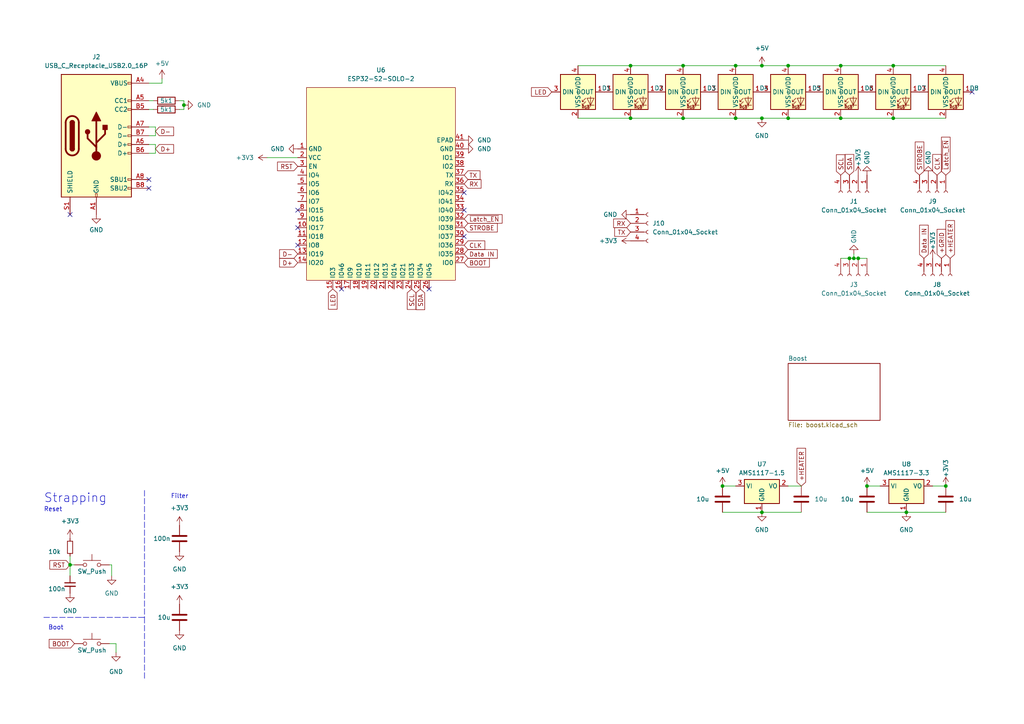
<source format=kicad_sch>
(kicad_sch (version 20231120) (generator "eeschema") (generator_version "8.0")
  (paper "A4")
  (lib_symbols
    (symbol "Connector:Conn_01x04_Socket" (pin_names (offset 1.016) hide)
      (property "Reference" "J" (at 0 5.08 0))
      (property "Value" "Conn_01x04_Socket" (at 0 -7.62 0))
      (symbol "Conn_01x04_Socket_1_1"
        (arc (start 0 -4.572) (mid -0.5058 -5.08) (end 0 -5.588) (stroke (width 0.1524)))
        (arc (start 0 -2.032) (mid -0.5058 -2.54) (end 0 -3.048) (stroke (width 0.1524)))
        (polyline (pts (xy -1.27 -5.08) (xy -0.508 -5.08)) (stroke (width 0.1524)))
        (polyline (pts (xy -1.27 -2.54) (xy -0.508 -2.54)) (stroke (width 0.1524)))
        (polyline (pts (xy -1.27 0) (xy -0.508 0)) (stroke (width 0.1524)))
        (polyline (pts (xy -1.27 2.54) (xy -0.508 2.54)) (stroke (width 0.1524)))
        (arc (start 0 0.508) (mid -0.5058 0) (end 0 -0.508) (stroke (width 0.1524)))
        (arc (start 0 3.048) (mid -0.5058 2.54) (end 0 2.032) (stroke (width 0.1524)))
        (pin passive line (at -5.08 2.54 0) (length 3.81) (name "Pin_1") (number "1"))
        (pin passive line (at -5.08 0 0) (length 3.81) (name "Pin_2") (number "2"))
        (pin passive line (at -5.08 -2.54 0) (length 3.81) (name "Pin_3") (number "3"))
        (pin passive line (at -5.08 -5.08 0) (length 3.81) (name "Pin_4") (number "4"))
      )
    )
    (symbol "Connector:USB_C_Receptacle_USB2.0_16P" (pin_names (offset 1.016))
      (property "Reference" "J" (at 0 22.225 0))
      (property "Value" "USB_C_Receptacle_USB2.0_16P" (at 0 19.685 0))
      (symbol "USB_C_Receptacle_USB2.0_16P_0_0"
        (rectangle (start -0.254 -17.78) (end 0.254 -16.764))
        (rectangle (start 10.16 -14.986) (end 9.144 -15.494))
        (rectangle (start 10.16 -12.446) (end 9.144 -12.954))
        (rectangle (start 10.16 -4.826) (end 9.144 -5.334))
        (rectangle (start 10.16 -2.286) (end 9.144 -2.794))
        (rectangle (start 10.16 0.254) (end 9.144 -0.254))
        (rectangle (start 10.16 2.794) (end 9.144 2.286))
        (rectangle (start 10.16 7.874) (end 9.144 7.366))
        (rectangle (start 10.16 10.414) (end 9.144 9.906))
        (rectangle (start 10.16 15.494) (end 9.144 14.986))
      )
      (symbol "USB_C_Receptacle_USB2.0_16P_0_1"
        (rectangle (start -10.16 17.78) (end 10.16 -17.78) (stroke (width 0.254)) (fill (type background)))
        (arc (start -8.89 -3.81) (mid -6.985 -5.7067) (end -5.08 -3.81) (stroke (width 0.508)))
        (arc (start -7.62 -3.81) (mid -6.985 -4.4423) (end -6.35 -3.81) (stroke (width 0.254)))
        (arc (start -7.62 -3.81) (mid -6.985 -4.4423) (end -6.35 -3.81) (stroke (width 0.254)) (fill (type outline)))
        (rectangle (start -7.62 -3.81) (end -6.35 3.81) (stroke (width 0.254)) (fill (type outline)))
        (arc (start -6.35 3.81) (mid -6.985 4.4423) (end -7.62 3.81) (stroke (width 0.254)))
        (arc (start -6.35 3.81) (mid -6.985 4.4423) (end -7.62 3.81) (stroke (width 0.254)) (fill (type outline)))
        (arc (start -5.08 3.81) (mid -6.985 5.7067) (end -8.89 3.81) (stroke (width 0.508)))
        (circle (center -2.54 1.143) (radius 0.635) (stroke (width 0.254)) (fill (type outline)))
        (circle (center 0 -5.842) (radius 1.27) (fill (type outline)))
        (polyline (pts (xy -8.89 -3.81) (xy -8.89 3.81)) (stroke (width 0.508)))
        (polyline (pts (xy -5.08 3.81) (xy -5.08 -3.81)) (stroke (width 0.508)))
        (polyline (pts (xy 0 -5.842) (xy 0 4.318)) (stroke (width 0.508)))
        (polyline (pts (xy 0 -3.302) (xy -2.54 -0.762) (xy -2.54 0.508)) (stroke (width 0.508)))
        (polyline (pts (xy 0 -2.032) (xy 2.54 0.508) (xy 2.54 1.778)) (stroke (width 0.508)))
        (polyline (pts (xy -1.27 4.318) (xy 0 6.858) (xy 1.27 4.318) (xy -1.27 4.318)) (stroke (width 0.254)) (fill (type outline)))
        (rectangle (start 1.905 1.778) (end 3.175 3.048) (stroke (width 0.254)) (fill (type outline)))
      )
      (symbol "USB_C_Receptacle_USB2.0_16P_1_1"
        (pin passive line (at 0 -22.86 90) (length 5.08) (name "GND") (number "A1"))
        (pin passive line (at 0 -22.86 90) (length 5.08) hide (name "GND") (number "A12"))
        (pin passive line (at 15.24 15.24 180) (length 5.08) (name "VBUS") (number "A4"))
        (pin bidirectional line (at 15.24 10.16 180) (length 5.08) (name "CC1") (number "A5"))
        (pin bidirectional line (at 15.24 -2.54 180) (length 5.08) (name "D+") (number "A6"))
        (pin bidirectional line (at 15.24 2.54 180) (length 5.08) (name "D-") (number "A7"))
        (pin bidirectional line (at 15.24 -12.7 180) (length 5.08) (name "SBU1") (number "A8"))
        (pin passive line (at 15.24 15.24 180) (length 5.08) hide (name "VBUS") (number "A9"))
        (pin passive line (at 0 -22.86 90) (length 5.08) hide (name "GND") (number "B1"))
        (pin passive line (at 0 -22.86 90) (length 5.08) hide (name "GND") (number "B12"))
        (pin passive line (at 15.24 15.24 180) (length 5.08) hide (name "VBUS") (number "B4"))
        (pin bidirectional line (at 15.24 7.62 180) (length 5.08) (name "CC2") (number "B5"))
        (pin bidirectional line (at 15.24 -5.08 180) (length 5.08) (name "D+") (number "B6"))
        (pin bidirectional line (at 15.24 0 180) (length 5.08) (name "D-") (number "B7"))
        (pin bidirectional line (at 15.24 -15.24 180) (length 5.08) (name "SBU2") (number "B8"))
        (pin passive line (at 15.24 15.24 180) (length 5.08) hide (name "VBUS") (number "B9"))
        (pin passive line (at -7.62 -22.86 90) (length 5.08) (name "SHIELD") (number "S1"))
      )
    )
    (symbol "Device:C" (pin_numbers hide) (pin_names (offset 0.254))
      (property "Reference" "C" (at 0.635 2.54 0))
      (property "Value" "C" (at 0.635 -2.54 0))
      (symbol "C_0_1"
        (polyline (pts (xy -2.032 -0.762) (xy 2.032 -0.762)) (stroke (width 0.508)))
        (polyline (pts (xy -2.032 0.762) (xy 2.032 0.762)) (stroke (width 0.508)))
      )
      (symbol "C_1_1"
        (pin passive line (at 0 3.81 270) (length 2.794) (name "~") (number "1"))
        (pin passive line (at 0 -3.81 90) (length 2.794) (name "~") (number "2"))
      )
    )
    (symbol "Device:C_Small" (pin_numbers hide) (pin_names (offset 0.254) hide)
      (property "Reference" "C" (at 0.254 1.778 0))
      (property "Value" "C_Small" (at 0.254 -2.032 0))
      (symbol "C_Small_0_1"
        (polyline (pts (xy -1.524 -0.508) (xy 1.524 -0.508)) (stroke (width 0.3302)))
        (polyline (pts (xy -1.524 0.508) (xy 1.524 0.508)) (stroke (width 0.3048)))
      )
      (symbol "C_Small_1_1"
        (pin passive line (at 0 2.54 270) (length 2.032) (name "~") (number "1"))
        (pin passive line (at 0 -2.54 90) (length 2.032) (name "~") (number "2"))
      )
    )
    (symbol "Device:R" (pin_numbers hide) (pin_names (offset 0))
      (property "Reference" "R" (at 2.032 0 90))
      (property "Value" "R" (at 0 0 90))
      (symbol "R_0_1"
        (rectangle (start -1.016 -2.54) (end 1.016 2.54) (stroke (width 0.254)))
      )
      (symbol "R_1_1"
        (pin passive line (at 0 3.81 270) (length 1.27) (name "~") (number "1"))
        (pin passive line (at 0 -3.81 90) (length 1.27) (name "~") (number "2"))
      )
    )
    (symbol "Device:R_Small" (pin_numbers hide) (pin_names (offset 0.254) hide)
      (property "Reference" "R" (at 0.762 0.508 0))
      (property "Value" "R_Small" (at 0.762 -1.016 0))
      (symbol "R_Small_0_1"
        (rectangle (start -0.762 1.778) (end 0.762 -1.778) (stroke (width 0.2032)))
      )
      (symbol "R_Small_1_1"
        (pin passive line (at 0 2.54 270) (length 0.762) (name "~") (number "1"))
        (pin passive line (at 0 -2.54 90) (length 0.762) (name "~") (number "2"))
      )
    )
    (symbol "Regulator_Linear:AMS1117-1.5"
      (property "Reference" "U" (at -3.81 3.175 0))
      (property "Value" "AMS1117-1.5" (at 0 3.175 0))
      (symbol "AMS1117-1.5_0_1"
        (rectangle (start -5.08 -5.08) (end 5.08 1.905) (stroke (width 0.254)) (fill (type background)))
      )
      (symbol "AMS1117-1.5_1_1"
        (pin power_in line (at 0 -7.62 90) (length 2.54) (name "GND") (number "1"))
        (pin power_out line (at 7.62 0 180) (length 2.54) (name "VO") (number "2"))
        (pin power_in line (at -7.62 0 0) (length 2.54) (name "VI") (number "3"))
      )
    )
    (symbol "Regulator_Linear:AMS1117-3.3"
      (property "Reference" "U" (at -3.81 3.175 0))
      (property "Value" "AMS1117-3.3" (at 0 3.175 0))
      (symbol "AMS1117-3.3_0_1"
        (rectangle (start -5.08 -5.08) (end 5.08 1.905) (stroke (width 0.254)) (fill (type background)))
      )
      (symbol "AMS1117-3.3_1_1"
        (pin power_in line (at 0 -7.62 90) (length 2.54) (name "GND") (number "1"))
        (pin power_out line (at 7.62 0 180) (length 2.54) (name "VO") (number "2"))
        (pin power_in line (at -7.62 0 0) (length 2.54) (name "VI") (number "3"))
      )
    )
    (symbol "S2 Solo:ESP32-S2-SOLO-2"
      (property "Reference" "U" (at -19.05 25.4 0))
      (property "Value" "ESP32-S2-SOLO-2" (at 1.27 25.4 0))
      (symbol "ESP32-S2-SOLO-2_0_1"
        (rectangle (start 21.59 -27.94) (end -21.59 27.94) (fill (type background)))
      )
      (symbol "ESP32-S2-SOLO-2_1_1"
        (pin power_out line (at -24.13 10.16 0) (length 2.54) (name "GND") (number "1"))
        (pin input line (at -24.13 -12.7 0) (length 2.54) (name "IO17") (number "10"))
        (pin input line (at -24.13 -15.24 0) (length 2.54) (name "IO18") (number "11"))
        (pin input line (at -24.13 -17.78 0) (length 2.54) (name "IO8") (number "12"))
        (pin input line (at -24.13 -20.32 0) (length 2.54) (name "IO19") (number "13"))
        (pin input line (at -24.13 -22.86 0) (length 2.54) (name "IO20") (number "14"))
        (pin input line (at -13.97 -30.48 90) (length 2.54) (name "IO3") (number "15"))
        (pin input line (at -11.43 -30.48 90) (length 2.54) (name "IO46") (number "16"))
        (pin input line (at -8.89 -30.48 90) (length 2.54) (name "IO9") (number "17"))
        (pin input line (at -6.35 -30.48 90) (length 2.54) (name "IO10") (number "18"))
        (pin input line (at -3.81 -30.48 90) (length 2.54) (name "IO11") (number "19"))
        (pin power_in line (at -24.13 7.62 0) (length 2.54) (name "VCC") (number "2"))
        (pin input line (at -1.27 -30.48 90) (length 2.54) (name "IO12") (number "20"))
        (pin input line (at 1.27 -30.48 90) (length 2.54) (name "IO13") (number "21"))
        (pin input line (at 3.81 -30.48 90) (length 2.54) (name "IO14") (number "22"))
        (pin input line (at 6.35 -30.48 90) (length 2.54) (name "IO21") (number "23"))
        (pin input line (at 8.89 -30.48 90) (length 2.54) (name "IO33") (number "24"))
        (pin input line (at 11.43 -30.48 90) (length 2.54) (name "IO34") (number "25"))
        (pin input line (at 13.97 -30.48 90) (length 2.54) (name "IO45") (number "26"))
        (pin input line (at 24.13 -22.86 180) (length 2.54) (name "IO0") (number "27"))
        (pin input line (at 24.13 -20.32 180) (length 2.54) (name "IO35") (number "28"))
        (pin input line (at 24.13 -17.78 180) (length 2.54) (name "IO36") (number "29"))
        (pin input line (at -24.13 5.08 0) (length 2.54) (name "EN") (number "3"))
        (pin input line (at 24.13 -15.24 180) (length 2.54) (name "IO37") (number "30"))
        (pin input line (at 24.13 -12.7 180) (length 2.54) (name "IO38") (number "31"))
        (pin input line (at 24.13 -10.16 180) (length 2.54) (name "IO39") (number "32"))
        (pin input line (at 24.13 -7.62 180) (length 2.54) (name "IO40") (number "33"))
        (pin input line (at 24.13 -5.08 180) (length 2.54) (name "IO41") (number "34"))
        (pin input line (at 24.13 -2.54 180) (length 2.54) (name "IO42") (number "35"))
        (pin input line (at 24.13 0 180) (length 2.54) (name "RX") (number "36"))
        (pin input line (at 24.13 2.54 180) (length 2.54) (name "TX") (number "37"))
        (pin input line (at 24.13 5.08 180) (length 2.54) (name "IO2") (number "38"))
        (pin input line (at 24.13 7.62 180) (length 2.54) (name "IO1") (number "39"))
        (pin input line (at -24.13 2.54 0) (length 2.54) (name "IO4") (number "4"))
        (pin input line (at 24.13 10.16 180) (length 2.54) (name "GND") (number "40"))
        (pin input line (at 24.13 12.7 180) (length 2.54) (name "EPAD") (number "41"))
        (pin input line (at -24.13 0 0) (length 2.54) (name "IO5") (number "5"))
        (pin input line (at -24.13 -2.54 0) (length 2.54) (name "IO6") (number "6"))
        (pin input line (at -24.13 -5.08 0) (length 2.54) (name "IO7") (number "7"))
        (pin input line (at -24.13 -7.62 0) (length 2.54) (name "IO15") (number "8"))
        (pin input line (at -24.13 -10.16 0) (length 2.54) (name "IO16") (number "9"))
      )
    )
    (symbol "Switch:SW_Push" (pin_numbers hide) (pin_names (offset 1.016) hide)
      (property "Reference" "SW" (at 1.27 2.54 0))
      (property "Value" "SW_Push" (at 0 -1.524 0))
      (symbol "SW_Push_0_1"
        (circle (center -2.032 0) (radius 0.508))
        (polyline (pts (xy 0 1.27) (xy 0 3.048)))
        (polyline (pts (xy 2.54 1.27) (xy -2.54 1.27)))
        (circle (center 2.032 0) (radius 0.508))
        (pin passive line (at -5.08 0 0) (length 2.54) (name "1") (number "1"))
        (pin passive line (at 5.08 0 180) (length 2.54) (name "2") (number "2"))
      )
    )
    (symbol "WorldSemi_LED:WS2812B-2020"
      (property "Reference" "D" (at -4.445 4.0894 0))
      (symbol "WS2812B-2020_0_0"
        (text "RGB" (at 2.2352 -4.4704 0) (effects (font (size 0.762 0.762))))
      )
      (symbol "WS2812B-2020_0_1"
        (rectangle (start -5.08 5.08) (end 5.08 -5.08) (stroke (width 0.254)) (fill (type background)))
        (polyline (pts (xy 1.2192 -3.8354) (xy 1.7272 -3.8354)))
        (polyline (pts (xy 1.2192 -2.8194) (xy 1.7272 -2.8194)))
        (polyline (pts (xy 4.6482 -3.8354) (xy 2.6162 -3.8354)))
        (polyline (pts (xy 2.2352 -2.8194) (xy 1.2192 -3.8354) (xy 1.2192 -3.3274)))
        (polyline (pts (xy 2.2352 -1.8034) (xy 1.2192 -2.8194) (xy 1.2192 -2.3114)))
        (polyline (pts (xy 3.6322 -1.2954) (xy 3.6322 -3.8354) (xy 3.6322 -4.3434)))
        (polyline (pts (xy 4.6482 -1.8034) (xy 2.6162 -1.8034) (xy 3.6322 -3.8354) (xy 4.6482 -1.8034)))
      )
      (symbol "WS2812B-2020_1_1"
        (pin output line (at 7.62 0 180) (length 2.54) (name "DOUT") (number "1"))
        (pin power_in line (at 0 -7.62 90) (length 2.54) (name "VSS") (number "2"))
        (pin input line (at -7.62 0 0) (length 2.54) (name "DIN") (number "3"))
        (pin power_in line (at 0 7.62 270) (length 2.54) (name "VDD") (number "4"))
      )
    )
    (symbol "power:+3V3" (power) (pin_names (offset 0))
      (property "Value" "+3V3" (at 0 3.556 0))
      (symbol "+3V3_0_1"
        (polyline (pts (xy -0.762 1.27) (xy 0 2.54)))
        (polyline (pts (xy 0 0) (xy 0 2.54)))
        (polyline (pts (xy 0 2.54) (xy 0.762 1.27)))
      )
      (symbol "+3V3_1_1"
        (pin power_in line (at 0 0 90) (length 0) hide (name "+3V3") (number "1"))
      )
    )
    (symbol "power:+5V" (power) (pin_names (offset 0))
      (property "Value" "+5V" (at 0 3.556 0))
      (symbol "+5V_0_1"
        (polyline (pts (xy -0.762 1.27) (xy 0 2.54)))
        (polyline (pts (xy 0 0) (xy 0 2.54)))
        (polyline (pts (xy 0 2.54) (xy 0.762 1.27)))
      )
      (symbol "+5V_1_1"
        (pin power_in line (at 0 0 90) (length 0) hide (name "+5V") (number "1"))
      )
    )
    (symbol "power:GND" (power) (pin_names (offset 0))
      (property "Value" "GND" (at 0 -3.81 0))
      (symbol "GND_0_1"
        (polyline (pts (xy 0 0) (xy 0 -1.27) (xy 1.27 -1.27) (xy 0 -2.54) (xy -1.27 -1.27) (xy 0 -1.27)))
      )
      (symbol "GND_1_1"
        (pin power_in line (at 0 0 270) (length 0) hide (name "GND") (number "1"))
      )
    )
  )
  (junction (at 182.88 19.05))
  (junction (at 259.08 19.05))
  (junction (at 251.46 140.97))
  (junction (at 53.34 30.48))
  (junction (at 213.36 34.29))
  (junction (at 20.32 163.83))
  (junction (at 248.92 74.93))
  (junction (at 274.32 140.97))
  (junction (at 247.65 74.93))
  (junction (at 228.6 34.29))
  (junction (at 243.84 19.05))
  (junction (at 182.88 34.29))
  (junction (at 209.55 140.97))
  (junction (at 220.98 19.05))
  (junction (at 220.98 148.59))
  (junction (at 198.12 34.29))
  (junction (at 259.08 34.29))
  (junction (at 213.36 19.05))
  (junction (at 243.84 34.29))
  (junction (at 228.6 19.05))
  (junction (at 246.38 74.93))
  (junction (at 198.12 19.05))
  (junction (at 220.98 34.29))
  (junction (at 262.89 148.59))
  (no_connect (at 43.18 52.07))
  (no_connect (at 86.36 66.04))
  (no_connect (at 281.94 26.67))
  (no_connect (at 134.62 60.96))
  (no_connect (at 86.36 60.96))
  (no_connect (at 134.62 68.58))
  (no_connect (at 99.06 83.82))
  (no_connect (at 20.32 62.23))
  (no_connect (at 134.62 55.88))
  (no_connect (at 124.46 83.82))
  (no_connect (at 86.36 71.12))
  (no_connect (at 43.18 54.61))
  (wire (pts (xy 46.99 22.86) (xy 46.99 24.13)))
  (wire (pts (xy 52.07 29.21) (xy 53.34 29.21)))
  (wire (pts (xy 20.32 161.29) (xy 20.32 163.83)))
  (polyline (pts (xy 41.91 142.24) (xy 41.91 179.07)) (stroke (width 0) (type dash)))
  (wire (pts (xy 182.88 19.05) (xy 198.12 19.05)))
  (wire (pts (xy 20.32 163.83) (xy 21.59 163.83)))
  (wire (pts (xy 45.085 36.83) (xy 45.085 39.37)))
  (wire (pts (xy 213.36 19.05) (xy 220.98 19.05)))
  (wire (pts (xy 46.99 24.13) (xy 43.18 24.13)))
  (wire (pts (xy 43.18 39.37) (xy 45.085 39.37)))
  (wire (pts (xy 43.18 36.83) (xy 45.085 36.83)))
  (wire (pts (xy 20.32 163.83) (xy 20.32 167.005)))
  (wire (pts (xy 247.65 73.66) (xy 247.65 74.93)))
  (wire (pts (xy 243.84 74.93) (xy 246.38 74.93)))
  (wire (pts (xy 198.12 19.05) (xy 213.36 19.05)))
  (wire (pts (xy 43.18 29.21) (xy 44.45 29.21)))
  (wire (pts (xy 262.89 148.59) (xy 274.32 148.59)))
  (wire (pts (xy 259.08 19.05) (xy 274.32 19.05)))
  (wire (pts (xy 33.655 186.69) (xy 31.75 186.69)))
  (wire (pts (xy 43.18 31.75) (xy 44.45 31.75)))
  (wire (pts (xy 43.18 41.91) (xy 45.085 41.91)))
  (wire (pts (xy 270.51 140.97) (xy 274.32 140.97)))
  (wire (pts (xy 246.38 74.93) (xy 247.65 74.93)))
  (wire (pts (xy 213.36 34.29) (xy 220.98 34.29)))
  (wire (pts (xy 53.34 31.75) (xy 52.07 31.75)))
  (wire (pts (xy 209.55 148.59) (xy 220.98 148.59)))
  (wire (pts (xy 248.92 74.93) (xy 251.46 74.93)))
  (wire (pts (xy 167.64 19.05) (xy 182.88 19.05)))
  (wire (pts (xy 32.385 163.83) (xy 31.75 163.83)))
  (wire (pts (xy 53.34 29.21) (xy 53.34 30.48)))
  (polyline (pts (xy 12.7 179.07) (xy 41.91 179.07)) (stroke (width 0) (type dash)))
  (polyline (pts (xy 41.91 179.07) (xy 41.91 196.85)) (stroke (width 0) (type dash)))
  (wire (pts (xy 220.98 19.05) (xy 228.6 19.05)))
  (wire (pts (xy 182.88 34.29) (xy 198.12 34.29)))
  (wire (pts (xy 209.55 140.97) (xy 213.36 140.97)))
  (wire (pts (xy 259.08 34.29) (xy 274.32 34.29)))
  (wire (pts (xy 228.6 34.29) (xy 243.84 34.29)))
  (wire (pts (xy 32.385 167.005) (xy 32.385 163.83)))
  (wire (pts (xy 77.47 45.72) (xy 86.36 45.72)))
  (wire (pts (xy 228.6 140.97) (xy 232.41 140.97)))
  (wire (pts (xy 33.655 189.23) (xy 33.655 186.69)))
  (wire (pts (xy 45.085 41.91) (xy 45.085 44.45)))
  (wire (pts (xy 228.6 19.05) (xy 243.84 19.05)))
  (wire (pts (xy 220.98 148.59) (xy 232.41 148.59)))
  (wire (pts (xy 247.65 74.93) (xy 248.92 74.93)))
  (wire (pts (xy 220.98 34.29) (xy 228.6 34.29)))
  (wire (pts (xy 251.46 140.97) (xy 255.27 140.97)))
  (wire (pts (xy 198.12 34.29) (xy 213.36 34.29)))
  (wire (pts (xy 53.34 30.48) (xy 53.34 31.75)))
  (wire (pts (xy 45.085 44.45) (xy 43.18 44.45)))
  (wire (pts (xy 167.64 34.29) (xy 182.88 34.29)))
  (wire (pts (xy 251.46 148.59) (xy 262.89 148.59)))
  (wire (pts (xy 243.84 19.05) (xy 259.08 19.05)))
  (wire (pts (xy 243.84 34.29) (xy 259.08 34.29)))
  (text "Reset" (at 12.7 148.59 0) (effects (font (size 1.27 1.27)) (justify left bottom)))
  (text "Filter" (at 49.53 144.78 0) (effects (font (size 1.27 1.27)) (justify left bottom)))
  (text "Strapping" (at 12.7 146.05 0) (effects (font (size 2.54 2.54)) (justify left bottom)))
  (text "Boot" (at 13.97 182.88 0) (effects (font (size 1.27 1.27)) (justify left bottom)))
  (global_label "+HEATER" (shape input) (at 232.41 140.97 90) (property "Intersheetrefs" "${INTERSHEET_REFS}" (effects (hide yes))))
  (global_label "D-" (shape input) (at 86.36 73.66 180) (property "Intersheetrefs" "${INTERSHEET_REFS}" (effects (hide yes))))
  (global_label "SCL" (shape input) (at 119.38 83.82 270) (property "Intersheetrefs" "${INTERSHEET_REFS}" (effects (hide yes))))
  (global_label "~{Latch_EN}" (shape input) (at 274.32 50.8 90) (property "Intersheetrefs" "${INTERSHEET_REFS}" (effects (hide yes))))
  (global_label "SDA" (shape input) (at 121.92 83.82 270) (property "Intersheetrefs" "${INTERSHEET_REFS}" (effects (hide yes))))
  (global_label "RX" (shape input) (at 182.88 64.77 180) (property "Intersheetrefs" "${INTERSHEET_REFS}" (effects (hide yes))))
  (global_label "BOOT" (shape input) (at 134.62 76.2 0) (property "Intersheetrefs" "${INTERSHEET_REFS}" (effects (hide yes))))
  (global_label "+HEATER" (shape input) (at 275.59 74.93 90) (property "Intersheetrefs" "${INTERSHEET_REFS}" (effects (hide yes))))
  (global_label "STROBE" (shape input) (at 266.7 50.8 90) (property "Intersheetrefs" "${INTERSHEET_REFS}" (effects (hide yes))))
  (global_label "LED" (shape input) (at 160.02 26.67 180) (property "Intersheetrefs" "${INTERSHEET_REFS}" (effects (hide yes))))
  (global_label "STROBE" (shape input) (at 134.62 66.04 0) (property "Intersheetrefs" "${INTERSHEET_REFS}" (effects (hide yes))))
  (global_label "TX" (shape input) (at 182.88 67.31 180) (property "Intersheetrefs" "${INTERSHEET_REFS}" (effects (hide yes))))
  (global_label "CLK" (shape input) (at 271.78 50.8 90) (property "Intersheetrefs" "${INTERSHEET_REFS}" (effects (hide yes))))
  (global_label "TX" (shape input) (at 134.62 50.8 0) (property "Intersheetrefs" "${INTERSHEET_REFS}" (effects (hide yes))))
  (global_label "+GRID" (shape input) (at 273.05 74.93 90) (property "Intersheetrefs" "${INTERSHEET_REFS}" (effects (hide yes))))
  (global_label "Data IN" (shape input) (at 267.97 74.93 90) (property "Intersheetrefs" "${INTERSHEET_REFS}" (effects (hide yes))))
  (global_label "RST" (shape input) (at 20.32 163.83 180) (property "Intersheetrefs" "${INTERSHEET_REFS}" (effects (hide yes))))
  (global_label "BOOT" (shape input) (at 21.59 186.69 180) (property "Intersheetrefs" "${INTERSHEET_REFS}" (effects (hide yes))))
  (global_label "D-" (shape input) (at 45.085 38.1 0) (property "Intersheetrefs" "${INTERSHEET_REFS}" (effects (hide yes))))
  (global_label "SDA" (shape input) (at 246.38 50.8 90) (property "Intersheetrefs" "${INTERSHEET_REFS}" (effects (hide yes))))
  (global_label "~{Latch_EN}" (shape input) (at 134.62 63.5 0) (property "Intersheetrefs" "${INTERSHEET_REFS}" (effects (hide yes))))
  (global_label "D+" (shape input) (at 86.36 76.2 180) (property "Intersheetrefs" "${INTERSHEET_REFS}" (effects (hide yes))))
  (global_label "LED" (shape input) (at 96.52 83.82 270) (property "Intersheetrefs" "${INTERSHEET_REFS}" (effects (hide yes))))
  (global_label "RX" (shape input) (at 134.62 53.34 0) (property "Intersheetrefs" "${INTERSHEET_REFS}" (effects (hide yes))))
  (global_label "SCL" (shape input) (at 243.84 50.8 90) (property "Intersheetrefs" "${INTERSHEET_REFS}" (effects (hide yes))))
  (global_label "D+" (shape input) (at 45.085 43.18 0) (property "Intersheetrefs" "${INTERSHEET_REFS}" (effects (hide yes))))
  (global_label "Data IN" (shape input) (at 134.62 73.66 0) (property "Intersheetrefs" "${INTERSHEET_REFS}" (effects (hide yes))))
  (global_label "RST" (shape input) (at 86.36 48.26 180) (property "Intersheetrefs" "${INTERSHEET_REFS}" (effects (hide yes))))
  (global_label "CLK" (shape input) (at 134.62 71.12 0) (property "Intersheetrefs" "${INTERSHEET_REFS}" (effects (hide yes))))
  (symbol (lib_id "Connector:Conn_01x04_Socket") (at 271.78 55.88 270) (unit 1)
    (property "Reference" "J9" (at 270.51 58.42 90))
    (property "Value" "Conn_01x04_Socket" (at 270.51 60.96 90))
    (property "Footprint" "Connector_PinHeader_2.54mm:PinHeader_1x04_P2.54mm_Vertical" (effects (hide yes)))
  )
  (symbol (lib_id "Device:C") (at 232.41 144.78 0) (unit 1)
    (property "Reference" "C2" (effects (hide yes)))
    (property "Value" "10u" (at 236.22 144.78 0) (effects (justify left)))
    (property "Footprint" "Capacitor_SMD:C_0603_1608Metric" (effects (hide yes)))
  )
  (symbol (lib_id "WorldSemi_LED:WS2812B-2020") (at 213.36 26.67 0) (unit 1)
    (property "Reference" "D4" (at 221.615 25.5621 0))
    (property "Value" "~" (at 213.36 26.67 0))
    (property "Footprint" "LED_SMD:LED_WS2812B-2020_PLCC4_2.0x2.0mm" (effects (hide yes)))
  )
  (symbol (lib_id "Device:R") (at 48.26 29.21 90) (unit 1)
    (property "Reference" "R1" (effects (hide yes)))
    (property "Value" "5k1" (at 48.26 29.21 90))
    (property "Footprint" "Resistor_SMD:R_0603_1608Metric" (effects (hide yes)))
  )
  (symbol (lib_id "WorldSemi_LED:WS2812B-2020") (at 274.32 26.67 0) (unit 1)
    (property "Reference" "D8" (at 282.575 25.5621 0))
    (property "Value" "~" (at 274.32 26.67 0))
    (property "Footprint" "LED_SMD:LED_WS2812B-2020_PLCC4_2.0x2.0mm" (effects (hide yes)))
  )
  (symbol (lib_id "power:GND") (at 20.32 172.085 0) (unit 1)
    (property "Reference" "#PWR053" (effects (hide yes)))
    (property "Value" "GND" (at 20.32 177.165 0))
  )
  (symbol (lib_id "power:GND") (at 134.62 40.64 90) (unit 1)
    (property "Reference" "#PWR019" (effects (hide yes)))
    (property "Value" "GND" (at 138.43 40.64 90) (effects (justify right)))
  )
  (symbol (lib_id "Regulator_Linear:AMS1117-3.3") (at 262.89 140.97 0) (unit 1)
    (property "Reference" "U8" (at 262.89 134.62 0))
    (property "Value" "AMS1117-3.3" (at 262.89 137.16 0))
    (property "Footprint" "Package_TO_SOT_SMD:SOT-223-3_TabPin2" (effects (hide yes)))
    (property "Datasheet" "http://www.advanced-monolithic.com/pdf/ds1117.pdf" (effects (hide yes)))
  )
  (symbol (lib_id "Connector:USB_C_Receptacle_USB2.0_16P") (at 27.94 39.37 0) (unit 1)
    (property "Reference" "J2" (at 27.94 16.51 0))
    (property "Value" "USB_C_Receptacle_USB2.0_16P" (at 27.94 19.05 0))
    (property "Footprint" "Connector_USB:USB_C_Receptacle_HRO_TYPE-C-31-M-12" (effects (hide yes)))
    (property "Datasheet" "https://www.usb.org/sites/default/files/documents/usb_type-c.zip" (effects (hide yes)))
  )
  (symbol (lib_id "Device:C") (at 274.32 144.78 0) (unit 1)
    (property "Reference" "C4" (effects (hide yes)))
    (property "Value" "10u" (at 278.13 144.78 0) (effects (justify left)))
    (property "Footprint" "Capacitor_SMD:C_0603_1608Metric" (effects (hide yes)))
  )
  (symbol (lib_id "power:GND") (at 262.89 148.59 0) (unit 1)
    (property "Reference" "#PWR031" (effects (hide yes)))
    (property "Value" "GND" (at 262.89 153.67 0))
  )
  (symbol (lib_id "power:+5V") (at 46.99 22.86 0) (unit 1)
    (property "Reference" "#PWR024" (effects (hide yes)))
    (property "Value" "+5V" (at 46.99 18.415 0))
  )
  (symbol (lib_id "power:GND") (at 182.88 62.23 270) (unit 1)
    (property "Reference" "#PWR018" (effects (hide yes)))
    (property "Value" "GND" (at 179.07 62.23 90) (effects (justify right)))
  )
  (symbol (lib_id "power:+3V3") (at 270.51 74.93 0) (mirror y) (unit 1)
    (property "Reference" "#PWR027" (effects (hide yes)))
    (property "Value" "+3V3" (at 270.51 69.85 90))
  )
  (symbol (lib_id "power:GND") (at 52.07 182.88 0) (unit 1)
    (property "Reference" "#PWR055" (effects (hide yes)))
    (property "Value" "GND" (at 52.07 187.96 0))
  )
  (symbol (lib_id "power:+3V3") (at 248.92 50.8 0) (unit 1)
    (property "Reference" "#PWR08" (effects (hide yes)))
    (property "Value" "+3V3" (at 248.92 45.72 90))
  )
  (symbol (lib_id "Device:C") (at 52.07 179.07 0) (unit 1)
    (property "Reference" "C15" (effects (hide yes)))
    (property "Value" "10u" (at 45.72 179.07 0) (effects (justify left)))
    (property "Footprint" "Capacitor_SMD:C_0603_1608Metric" (effects (hide yes)))
  )
  (symbol (lib_id "power:+3V3") (at 20.32 156.21 0) (unit 1)
    (property "Reference" "#PWR050" (effects (hide yes)))
    (property "Value" "+3V3" (at 20.32 151.13 0))
  )
  (symbol (lib_id "Device:C") (at 209.55 144.78 0) (unit 1)
    (property "Reference" "C1" (effects (hide yes)))
    (property "Value" "10u" (at 201.93 144.78 0) (effects (justify left)))
    (property "Footprint" "Capacitor_SMD:C_0603_1608Metric" (effects (hide yes)))
  )
  (symbol (lib_id "power:GND") (at 220.98 148.59 0) (unit 1)
    (property "Reference" "#PWR028" (effects (hide yes)))
    (property "Value" "GND" (at 220.98 153.67 0))
  )
  (symbol (lib_id "power:GND") (at 134.62 43.18 90) (unit 1)
    (property "Reference" "#PWR020" (effects (hide yes)))
    (property "Value" "GND" (at 138.43 43.18 90) (effects (justify right)))
  )
  (symbol (lib_id "Connector:Conn_01x04_Socket") (at 248.92 55.88 270) (unit 1)
    (property "Reference" "J1" (at 247.65 58.42 90))
    (property "Value" "Conn_01x04_Socket" (at 247.65 60.96 90))
    (property "Footprint" "Connector_PinHeader_2.54mm:PinHeader_1x04_P2.54mm_Vertical" (effects (hide yes)))
  )
  (symbol (lib_id "WorldSemi_LED:WS2812B-2020") (at 259.08 26.67 0) (unit 1)
    (property "Reference" "D7" (at 267.335 25.5621 0))
    (property "Value" "~" (at 259.08 26.67 0))
    (property "Footprint" "LED_SMD:LED_WS2812B-2020_PLCC4_2.0x2.0mm" (effects (hide yes)))
  )
  (symbol (lib_id "S2 Solo:ESP32-S2-SOLO-2") (at 110.49 53.34 0) (unit 1)
    (property "Reference" "U6" (at 110.49 20.32 0))
    (property "Value" "ESP32-S2-SOLO-2" (at 110.49 22.86 0))
    (property "Footprint" "RF_Module:ESP32-S3-WROOM-1" (effects (hide yes)))
  )
  (symbol (lib_id "power:GND") (at 33.655 189.23 0) (unit 1)
    (property "Reference" "#PWR056" (effects (hide yes)))
    (property "Value" "GND" (at 33.655 194.818 0))
  )
  (symbol (lib_id "power:GND") (at 247.65 73.66 180) (unit 1)
    (property "Reference" "#PWR013" (effects (hide yes)))
    (property "Value" "GND" (at 247.65 68.58 90))
  )
  (symbol (lib_id "power:GND") (at 251.46 50.8 180) (unit 1)
    (property "Reference" "#PWR09" (effects (hide yes)))
    (property "Value" "GND" (at 251.46 45.72 90))
  )
  (symbol (lib_id "WorldSemi_LED:WS2812B-2020") (at 182.88 26.67 0) (unit 1)
    (property "Reference" "D2" (at 191.135 25.5621 0))
    (property "Value" "~" (at 182.88 26.67 0))
    (property "Footprint" "LED_SMD:LED_WS2812B-2020_PLCC4_2.0x2.0mm" (effects (hide yes)))
  )
  (symbol (lib_id "power:+3V3") (at 182.88 69.85 90) (unit 1)
    (property "Reference" "#PWR057" (effects (hide yes)))
    (property "Value" "+3V3" (at 179.07 69.85 90) (effects (justify left)))
  )
  (symbol (lib_id "Connector:Conn_01x04_Socket") (at 248.92 80.01 270) (unit 1)
    (property "Reference" "J3" (at 247.65 82.55 90))
    (property "Value" "Conn_01x04_Socket" (at 247.65 85.09 90))
    (property "Footprint" "Connector_PinHeader_2.54mm:PinHeader_1x04_P2.54mm_Vertical" (effects (hide yes)))
  )
  (symbol (lib_id "Connector:Conn_01x04_Socket") (at 273.05 80.01 270) (unit 1)
    (property "Reference" "J8" (at 271.78 82.55 90))
    (property "Value" "Conn_01x04_Socket" (at 271.78 85.09 90))
    (property "Footprint" "Connector_PinHeader_2.54mm:PinHeader_1x04_P2.54mm_Vertical" (effects (hide yes)))
  )
  (symbol (lib_id "power:+3V3") (at 274.32 140.97 0) (unit 1)
    (property "Reference" "#PWR032" (effects (hide yes)))
    (property "Value" "+3V3" (at 274.32 135.89 90))
  )
  (symbol (lib_id "WorldSemi_LED:WS2812B-2020") (at 243.84 26.67 0) (unit 1)
    (property "Reference" "D6" (at 252.095 25.5621 0))
    (property "Value" "~" (at 243.84 26.67 0))
    (property "Footprint" "LED_SMD:LED_WS2812B-2020_PLCC4_2.0x2.0mm" (effects (hide yes)))
  )
  (symbol (lib_id "Switch:SW_Push") (at 26.67 163.83 0) (unit 1)
    (property "Reference" "RST1" (effects (hide yes)))
    (property "Value" "SW_Push" (at 26.67 165.735 0))
    (property "Footprint" "Button_Switch_SMD:SW_SPST_SKQG_WithStem" (effects (hide yes)))
  )
  (symbol (lib_id "power:GND") (at 27.94 62.23 0) (unit 1)
    (property "Reference" "#PWR023" (effects (hide yes)))
    (property "Value" "GND" (at 27.94 66.675 0))
  )
  (symbol (lib_id "WorldSemi_LED:WS2812B-2020") (at 198.12 26.67 0) (unit 1)
    (property "Reference" "D3" (at 206.375 25.5621 0))
    (property "Value" "~" (at 198.12 26.67 0))
    (property "Footprint" "LED_SMD:LED_WS2812B-2020_PLCC4_2.0x2.0mm" (effects (hide yes)))
  )
  (symbol (lib_id "Device:C") (at 251.46 144.78 0) (unit 1)
    (property "Reference" "C3" (effects (hide yes)))
    (property "Value" "10u" (at 243.84 144.78 0) (effects (justify left)))
    (property "Footprint" "Capacitor_SMD:C_0603_1608Metric" (effects (hide yes)))
  )
  (symbol (lib_id "Regulator_Linear:AMS1117-1.5") (at 220.98 140.97 0) (unit 1)
    (property "Reference" "U7" (at 220.98 134.62 0))
    (property "Value" "AMS1117-1.5" (at 220.98 137.16 0))
    (property "Footprint" "Package_TO_SOT_SMD:SOT-223-3_TabPin2" (effects (hide yes)))
    (property "Datasheet" "http://www.advanced-monolithic.com/pdf/ds1117.pdf" (effects (hide yes)))
  )
  (symbol (lib_id "power:+3V3") (at 77.47 45.72 90) (unit 1)
    (property "Reference" "#PWR017" (effects (hide yes)))
    (property "Value" "+3V3" (at 73.66 45.72 90) (effects (justify left)))
  )
  (symbol (lib_id "Device:R") (at 48.26 31.75 90) (unit 1)
    (property "Reference" "R2" (effects (hide yes)))
    (property "Value" "5k1" (at 48.26 31.75 90))
    (property "Footprint" "Resistor_SMD:R_0603_1608Metric" (effects (hide yes)))
  )
  (symbol (lib_id "power:GND") (at 53.34 30.48 90) (unit 1)
    (property "Reference" "#PWR025" (effects (hide yes)))
    (property "Value" "GND" (at 57.15 30.48 90) (effects (justify right)))
  )
  (symbol (lib_id "Device:R_Small") (at 20.32 158.75 180) (unit 1)
    (property "Reference" "R7" (effects (hide yes)))
    (property "Value" "10k" (at 13.97 160.02 0) (effects (justify right)))
    (property "Footprint" "Resistor_SMD:R_0402_1005Metric" (effects (hide yes)))
  )
  (symbol (lib_id "power:GND") (at 86.36 43.18 270) (unit 1)
    (property "Reference" "#PWR016" (effects (hide yes)))
    (property "Value" "GND" (at 82.55 43.18 90) (effects (justify right)))
  )
  (symbol (lib_id "power:+3V3") (at 52.07 152.4 0) (unit 1)
    (property "Reference" "#PWR01" (effects (hide yes)))
    (property "Value" "+3V3" (at 52.07 147.32 0))
  )
  (symbol (lib_id "WorldSemi_LED:WS2812B-2020") (at 228.6 26.67 0) (unit 1)
    (property "Reference" "D5" (at 236.855 25.5621 0))
    (property "Value" "~" (at 228.6 26.67 0))
    (property "Footprint" "LED_SMD:LED_WS2812B-2020_PLCC4_2.0x2.0mm" (effects (hide yes)))
  )
  (symbol (lib_id "WorldSemi_LED:WS2812B-2020") (at 167.64 26.67 0) (unit 1)
    (property "Reference" "D1" (at 175.895 25.5621 0))
    (property "Value" "~" (at 167.64 26.67 0))
    (property "Footprint" "LED_SMD:LED_WS2812B-2020_PLCC4_2.0x2.0mm" (effects (hide yes)))
  )
  (symbol (lib_id "power:GND") (at 269.24 50.8 180) (unit 1)
    (property "Reference" "#PWR038" (effects (hide yes)))
    (property "Value" "GND" (at 269.24 45.72 90))
  )
  (symbol (lib_id "power:GND") (at 52.07 160.02 0) (unit 1)
    (property "Reference" "#PWR051" (effects (hide yes)))
    (property "Value" "GND" (at 52.07 165.1 0))
  )
  (symbol (lib_id "power:+5V") (at 209.55 140.97 0) (unit 1)
    (property "Reference" "#PWR029" (effects (hide yes)))
    (property "Value" "+5V" (at 209.55 136.525 0))
  )
  (symbol (lib_id "power:+5V") (at 251.46 140.97 0) (unit 1)
    (property "Reference" "#PWR030" (effects (hide yes)))
    (property "Value" "+5V" (at 251.46 136.525 0))
  )
  (symbol (lib_id "power:GND") (at 32.385 167.005 0) (unit 1)
    (property "Reference" "#PWR052" (effects (hide yes)))
    (property "Value" "GND" (at 32.385 172.085 0))
  )
  (symbol (lib_id "Device:C") (at 52.07 156.21 0) (unit 1)
    (property "Reference" "C13" (effects (hide yes)))
    (property "Value" "100n" (at 44.45 156.21 0) (effects (justify left)))
    (property "Footprint" "Capacitor_SMD:C_0402_1005Metric" (effects (hide yes)))
  )
  (symbol (lib_id "power:+3V3") (at 52.07 175.26 0) (unit 1)
    (property "Reference" "#PWR054" (effects (hide yes)))
    (property "Value" "+3V3" (at 52.07 170.18 0))
  )
  (symbol (lib_id "power:+5V") (at 220.98 19.05 0) (unit 1)
    (property "Reference" "#PWR021" (effects (hide yes)))
    (property "Value" "+5V" (at 220.98 13.97 0))
  )
  (symbol (lib_id "Switch:SW_Push") (at 26.67 186.69 0) (unit 1)
    (property "Reference" "SW2" (effects (hide yes)))
    (property "Value" "SW_Push" (at 26.67 188.595 0))
    (property "Footprint" "Button_Switch_SMD:SW_SPST_SKQG_WithStem" (effects (hide yes)))
  )
  (symbol (lib_id "power:GND") (at 220.98 34.29 0) (unit 1)
    (property "Reference" "#PWR022" (effects (hide yes)))
    (property "Value" "GND" (at 220.98 39.37 0))
  )
  (symbol (lib_id "Device:C_Small") (at 20.32 169.545 0) (unit 1)
    (property "Reference" "C14" (effects (hide yes)))
    (property "Value" "100n" (at 13.97 170.815 0) (effects (justify left)))
    (property "Footprint" "Capacitor_SMD:C_0402_1005Metric" (effects (hide yes)))
  )
  (symbol (lib_id "Connector:Conn_01x04_Socket") (at 187.96 64.77 0) (unit 1)
    (property "Reference" "J10" (at 189.23 64.77 0) (effects (justify left)))
    (property "Value" "Conn_01x04_Socket" (at 189.23 67.31 0) (effects (justify left)))
    (property "Footprint" "Connector_PinHeader_2.54mm:PinHeader_1x04_P2.54mm_Vertical" (effects (hide yes)))
  )
  (sheet (at 228.6 105.41) (size 26.67 16.51) (stroke (width 0.1524))
    (property "Sheetname" "Boost" (at 228.6 104.6984 0) (effects (justify left bottom)))
    (property "Sheetfile" "boost.kicad_sch" (at 228.6 122.5046 0) (effects (justify left top)))
  )
)
</source>
